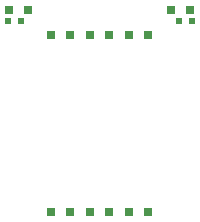
<source format=gtp>
G04*
G04 #@! TF.GenerationSoftware,Altium Limited,Altium Designer,20.0.14 (345)*
G04*
G04 Layer_Color=8421504*
%FSLAX25Y25*%
%MOIN*%
G70*
G01*
G75*
%ADD14R,0.02000X0.02400*%
%ADD15R,0.03150X0.02953*%
D14*
X26300Y34300D02*
D03*
X30700D02*
D03*
X-26300D02*
D03*
X-30700D02*
D03*
D15*
X23850Y38000D02*
D03*
X30150D02*
D03*
X-30150D02*
D03*
X-23850D02*
D03*
X-16150Y-29500D02*
D03*
X-9850D02*
D03*
X9850D02*
D03*
X16150D02*
D03*
X-3150D02*
D03*
X3150D02*
D03*
X9850Y29500D02*
D03*
X16150D02*
D03*
X-3150D02*
D03*
X3150D02*
D03*
X-16150D02*
D03*
X-9850D02*
D03*
M02*

</source>
